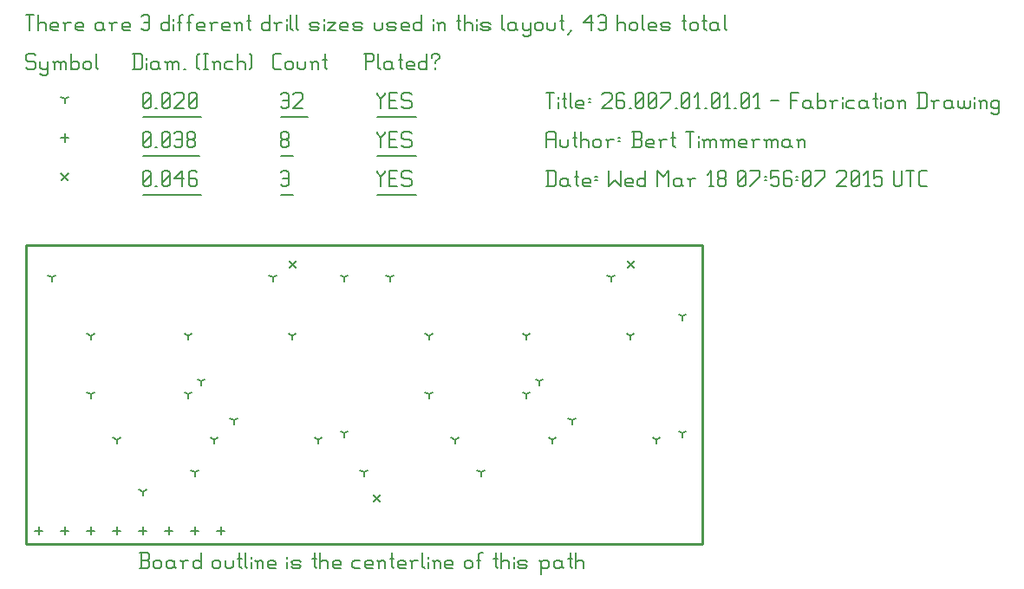
<source format=gbr>
G04 start of page 12 for group -3984 idx -3984 *
G04 Title: 26.007.01.01.01, fab *
G04 Creator: pcb 20100929 *
G04 CreationDate: Wed Mar 18 07:56:07 2015 UTC *
G04 For: bert *
G04 Format: Gerber/RS-274X *
G04 PCB-Dimensions: 260000 115000 *
G04 PCB-Coordinate-Origin: lower left *
%MOIN*%
%FSLAX25Y25*%
%LNFAB*%
%ADD11C,0.0100*%
%ADD13C,0.0200*%
%ADD34C,0.0060*%
G54D13*G36*
X101300Y109266D02*X104265Y106300D01*
X103699Y105735D01*
X100734Y108701D01*
X101300Y109266D01*
G37*
G36*
X100734Y106300D02*X103699Y109266D01*
X104265Y108701D01*
X101300Y105735D01*
X100734Y106300D01*
G37*
G36*
X133800Y19266D02*X136765Y16300D01*
X136199Y15735D01*
X133234Y18701D01*
X133800Y19266D01*
G37*
G36*
X133234Y16300D02*X136199Y19266D01*
X136765Y18701D01*
X133800Y15735D01*
X133234Y16300D01*
G37*
G36*
X231300Y109266D02*X234265Y106300D01*
X233699Y105735D01*
X230734Y108701D01*
X231300Y109266D01*
G37*
G36*
X230734Y106300D02*X233699Y109266D01*
X234265Y108701D01*
X231300Y105735D01*
X230734Y106300D01*
G37*
G36*
X13800Y143015D02*X16765Y140049D01*
X16199Y139484D01*
X13234Y142450D01*
X13800Y143015D01*
G37*
G36*
X13234Y140049D02*X16199Y143015D01*
X16765Y142450D01*
X13800Y139484D01*
X13234Y140049D01*
G37*
G54D34*X135000Y143500D02*Y142750D01*
X136500Y141250D01*
X138000Y142750D01*
Y143500D02*Y142750D01*
X136500Y141250D02*Y137500D01*
X139801Y140500D02*X142051D01*
X139801Y137500D02*X142801D01*
X139801Y143500D02*Y137500D01*
Y143500D02*X142801D01*
X147603D02*X148353Y142750D01*
X145353Y143500D02*X147603D01*
X144603Y142750D02*X145353Y143500D01*
X144603Y142750D02*Y141250D01*
X145353Y140500D01*
X147603D01*
X148353Y139750D01*
Y138250D01*
X147603Y137500D02*X148353Y138250D01*
X145353Y137500D02*X147603D01*
X144603Y138250D02*X145353Y137500D01*
X135000Y134249D02*X150154D01*
X98000Y142750D02*X98750Y143500D01*
X100250D01*
X101000Y142750D01*
Y138250D01*
X100250Y137500D02*X101000Y138250D01*
X98750Y137500D02*X100250D01*
X98000Y138250D02*X98750Y137500D01*
Y140500D02*X101000D01*
X98000Y134249D02*X102801D01*
X45000Y138250D02*X45750Y137500D01*
X45000Y142750D02*Y138250D01*
Y142750D02*X45750Y143500D01*
X47250D01*
X48000Y142750D01*
Y138250D01*
X47250Y137500D02*X48000Y138250D01*
X45750Y137500D02*X47250D01*
X45000Y139000D02*X48000Y142000D01*
X49801Y137500D02*X50551D01*
X52353Y138250D02*X53103Y137500D01*
X52353Y142750D02*Y138250D01*
Y142750D02*X53103Y143500D01*
X54603D01*
X55353Y142750D01*
Y138250D01*
X54603Y137500D02*X55353Y138250D01*
X53103Y137500D02*X54603D01*
X52353Y139000D02*X55353Y142000D01*
X57154Y140500D02*X60154Y143500D01*
X57154Y140500D02*X60904D01*
X60154Y143500D02*Y137500D01*
X64956Y143500D02*X65706Y142750D01*
X63456Y143500D02*X64956D01*
X62706Y142750D02*X63456Y143500D01*
X62706Y142750D02*Y138250D01*
X63456Y137500D01*
X64956Y140500D02*X65706Y139750D01*
X62706Y140500D02*X64956D01*
X63456Y137500D02*X64956D01*
X65706Y138250D01*
Y139750D02*Y138250D01*
X45000Y134249D02*X67507D01*
X5000Y6600D02*Y3400D01*
X3400Y5000D02*X6600D01*
X15000Y6600D02*Y3400D01*
X13400Y5000D02*X16600D01*
X25000Y6600D02*Y3400D01*
X23400Y5000D02*X26600D01*
X35000Y6600D02*Y3400D01*
X33400Y5000D02*X36600D01*
X45000Y6600D02*Y3400D01*
X43400Y5000D02*X46600D01*
X55000Y6600D02*Y3400D01*
X53400Y5000D02*X56600D01*
X65000Y6600D02*Y3400D01*
X63400Y5000D02*X66600D01*
X75000Y6600D02*Y3400D01*
X73400Y5000D02*X76600D01*
X15000Y157850D02*Y154650D01*
X13400Y156250D02*X16600D01*
X135000Y158500D02*Y157750D01*
X136500Y156250D01*
X138000Y157750D01*
Y158500D02*Y157750D01*
X136500Y156250D02*Y152500D01*
X139801Y155500D02*X142051D01*
X139801Y152500D02*X142801D01*
X139801Y158500D02*Y152500D01*
Y158500D02*X142801D01*
X147603D02*X148353Y157750D01*
X145353Y158500D02*X147603D01*
X144603Y157750D02*X145353Y158500D01*
X144603Y157750D02*Y156250D01*
X145353Y155500D01*
X147603D01*
X148353Y154750D01*
Y153250D01*
X147603Y152500D02*X148353Y153250D01*
X145353Y152500D02*X147603D01*
X144603Y153250D02*X145353Y152500D01*
X135000Y149249D02*X150154D01*
X98000Y153250D02*X98750Y152500D01*
X98000Y154750D02*Y153250D01*
Y154750D02*X98750Y155500D01*
X100250D01*
X101000Y154750D01*
Y153250D01*
X100250Y152500D02*X101000Y153250D01*
X98750Y152500D02*X100250D01*
X98000Y156250D02*X98750Y155500D01*
X98000Y157750D02*Y156250D01*
Y157750D02*X98750Y158500D01*
X100250D01*
X101000Y157750D01*
Y156250D01*
X100250Y155500D02*X101000Y156250D01*
X98000Y149249D02*X102801D01*
X45000Y153250D02*X45750Y152500D01*
X45000Y157750D02*Y153250D01*
Y157750D02*X45750Y158500D01*
X47250D01*
X48000Y157750D01*
Y153250D01*
X47250Y152500D02*X48000Y153250D01*
X45750Y152500D02*X47250D01*
X45000Y154000D02*X48000Y157000D01*
X49801Y152500D02*X50551D01*
X52353Y153250D02*X53103Y152500D01*
X52353Y157750D02*Y153250D01*
Y157750D02*X53103Y158500D01*
X54603D01*
X55353Y157750D01*
Y153250D01*
X54603Y152500D02*X55353Y153250D01*
X53103Y152500D02*X54603D01*
X52353Y154000D02*X55353Y157000D01*
X57154Y157750D02*X57904Y158500D01*
X59404D01*
X60154Y157750D01*
Y153250D01*
X59404Y152500D02*X60154Y153250D01*
X57904Y152500D02*X59404D01*
X57154Y153250D02*X57904Y152500D01*
Y155500D02*X60154D01*
X61956Y153250D02*X62706Y152500D01*
X61956Y154750D02*Y153250D01*
Y154750D02*X62706Y155500D01*
X64206D01*
X64956Y154750D01*
Y153250D01*
X64206Y152500D02*X64956Y153250D01*
X62706Y152500D02*X64206D01*
X61956Y156250D02*X62706Y155500D01*
X61956Y157750D02*Y156250D01*
Y157750D02*X62706Y158500D01*
X64206D01*
X64956Y157750D01*
Y156250D01*
X64206Y155500D02*X64956Y156250D01*
X45000Y149249D02*X66757D01*
X25000Y57500D02*Y55900D01*
Y57500D02*X26386Y58300D01*
X25000Y57500D02*X23614Y58300D01*
X62500Y57500D02*Y55900D01*
Y57500D02*X63886Y58300D01*
X62500Y57500D02*X61114Y58300D01*
X65000Y27500D02*Y25900D01*
Y27500D02*X66386Y28300D01*
X65000Y27500D02*X63614Y28300D01*
X62500Y80000D02*Y78400D01*
Y80000D02*X63886Y80800D01*
X62500Y80000D02*X61114Y80800D01*
X102500Y80000D02*Y78400D01*
Y80000D02*X103886Y80800D01*
X102500Y80000D02*X101114Y80800D01*
X25000Y80000D02*Y78400D01*
Y80000D02*X26386Y80800D01*
X25000Y80000D02*X23614Y80800D01*
X72500Y40000D02*Y38400D01*
Y40000D02*X73886Y40800D01*
X72500Y40000D02*X71114Y40800D01*
X35000Y40000D02*Y38400D01*
Y40000D02*X36386Y40800D01*
X35000Y40000D02*X33614Y40800D01*
X112500Y40000D02*Y38400D01*
Y40000D02*X113886Y40800D01*
X112500Y40000D02*X111114Y40800D01*
X122500Y42500D02*Y40900D01*
Y42500D02*X123886Y43300D01*
X122500Y42500D02*X121114Y43300D01*
X80000Y47500D02*Y45900D01*
Y47500D02*X81386Y48300D01*
X80000Y47500D02*X78614Y48300D01*
X67500Y62500D02*Y60900D01*
Y62500D02*X68886Y63300D01*
X67500Y62500D02*X66114Y63300D01*
X45000Y20000D02*Y18400D01*
Y20000D02*X46386Y20800D01*
X45000Y20000D02*X43614Y20800D01*
X10000Y102500D02*Y100900D01*
Y102500D02*X11386Y103300D01*
X10000Y102500D02*X8614Y103300D01*
X122500Y102500D02*Y100900D01*
Y102500D02*X123886Y103300D01*
X122500Y102500D02*X121114Y103300D01*
X95000Y102500D02*Y100900D01*
Y102500D02*X96386Y103300D01*
X95000Y102500D02*X93614Y103300D01*
X155000Y57500D02*Y55900D01*
Y57500D02*X156386Y58300D01*
X155000Y57500D02*X153614Y58300D01*
X192500Y57500D02*Y55900D01*
Y57500D02*X193886Y58300D01*
X192500Y57500D02*X191114Y58300D01*
X130000Y27500D02*Y25900D01*
Y27500D02*X131386Y28300D01*
X130000Y27500D02*X128614Y28300D01*
X192500Y80000D02*Y78400D01*
Y80000D02*X193886Y80800D01*
X192500Y80000D02*X191114Y80800D01*
X232500Y80000D02*Y78400D01*
Y80000D02*X233886Y80800D01*
X232500Y80000D02*X231114Y80800D01*
X155000Y80000D02*Y78400D01*
Y80000D02*X156386Y80800D01*
X155000Y80000D02*X153614Y80800D01*
X202500Y40000D02*Y38400D01*
Y40000D02*X203886Y40800D01*
X202500Y40000D02*X201114Y40800D01*
X165000Y40000D02*Y38400D01*
Y40000D02*X166386Y40800D01*
X165000Y40000D02*X163614Y40800D01*
X242500Y40000D02*Y38400D01*
Y40000D02*X243886Y40800D01*
X242500Y40000D02*X241114Y40800D01*
X252500Y42500D02*Y40900D01*
Y42500D02*X253886Y43300D01*
X252500Y42500D02*X251114Y43300D01*
X210000Y47500D02*Y45900D01*
Y47500D02*X211386Y48300D01*
X210000Y47500D02*X208614Y48300D01*
X197500Y62500D02*Y60900D01*
Y62500D02*X198886Y63300D01*
X197500Y62500D02*X196114Y63300D01*
X175000Y27500D02*Y25900D01*
Y27500D02*X176386Y28300D01*
X175000Y27500D02*X173614Y28300D01*
X140000Y102500D02*Y100900D01*
Y102500D02*X141386Y103300D01*
X140000Y102500D02*X138614Y103300D01*
X252500Y87500D02*Y85900D01*
Y87500D02*X253886Y88300D01*
X252500Y87500D02*X251114Y88300D01*
X225000Y102500D02*Y100900D01*
Y102500D02*X226386Y103300D01*
X225000Y102500D02*X223614Y103300D01*
X15000Y171250D02*Y169650D01*
Y171250D02*X16386Y172050D01*
X15000Y171250D02*X13614Y172050D01*
X135000Y173500D02*Y172750D01*
X136500Y171250D01*
X138000Y172750D01*
Y173500D02*Y172750D01*
X136500Y171250D02*Y167500D01*
X139801Y170500D02*X142051D01*
X139801Y167500D02*X142801D01*
X139801Y173500D02*Y167500D01*
Y173500D02*X142801D01*
X147603D02*X148353Y172750D01*
X145353Y173500D02*X147603D01*
X144603Y172750D02*X145353Y173500D01*
X144603Y172750D02*Y171250D01*
X145353Y170500D01*
X147603D01*
X148353Y169750D01*
Y168250D01*
X147603Y167500D02*X148353Y168250D01*
X145353Y167500D02*X147603D01*
X144603Y168250D02*X145353Y167500D01*
X135000Y164249D02*X150154D01*
X98000Y172750D02*X98750Y173500D01*
X100250D01*
X101000Y172750D01*
Y168250D01*
X100250Y167500D02*X101000Y168250D01*
X98750Y167500D02*X100250D01*
X98000Y168250D02*X98750Y167500D01*
Y170500D02*X101000D01*
X102801Y172750D02*X103551Y173500D01*
X105801D01*
X106551Y172750D01*
Y171250D01*
X102801Y167500D02*X106551Y171250D01*
X102801Y167500D02*X106551D01*
X98000Y164249D02*X108353D01*
X45000Y168250D02*X45750Y167500D01*
X45000Y172750D02*Y168250D01*
Y172750D02*X45750Y173500D01*
X47250D01*
X48000Y172750D01*
Y168250D01*
X47250Y167500D02*X48000Y168250D01*
X45750Y167500D02*X47250D01*
X45000Y169000D02*X48000Y172000D01*
X49801Y167500D02*X50551D01*
X52353Y168250D02*X53103Y167500D01*
X52353Y172750D02*Y168250D01*
Y172750D02*X53103Y173500D01*
X54603D01*
X55353Y172750D01*
Y168250D01*
X54603Y167500D02*X55353Y168250D01*
X53103Y167500D02*X54603D01*
X52353Y169000D02*X55353Y172000D01*
X57154Y172750D02*X57904Y173500D01*
X60154D01*
X60904Y172750D01*
Y171250D01*
X57154Y167500D02*X60904Y171250D01*
X57154Y167500D02*X60904D01*
X62706Y168250D02*X63456Y167500D01*
X62706Y172750D02*Y168250D01*
Y172750D02*X63456Y173500D01*
X64956D01*
X65706Y172750D01*
Y168250D01*
X64956Y167500D02*X65706Y168250D01*
X63456Y167500D02*X64956D01*
X62706Y169000D02*X65706Y172000D01*
X45000Y164249D02*X67507D01*
X3000Y188500D02*X3750Y187750D01*
X750Y188500D02*X3000D01*
X0Y187750D02*X750Y188500D01*
X0Y187750D02*Y186250D01*
X750Y185500D01*
X3000D01*
X3750Y184750D01*
Y183250D01*
X3000Y182500D02*X3750Y183250D01*
X750Y182500D02*X3000D01*
X0Y183250D02*X750Y182500D01*
X5551Y185500D02*Y183250D01*
X6301Y182500D01*
X8551Y185500D02*Y181000D01*
X7801Y180250D02*X8551Y181000D01*
X6301Y180250D02*X7801D01*
X5551Y181000D02*X6301Y180250D01*
Y182500D02*X7801D01*
X8551Y183250D01*
X11103Y184750D02*Y182500D01*
Y184750D02*X11853Y185500D01*
X12603D01*
X13353Y184750D01*
Y182500D01*
Y184750D02*X14103Y185500D01*
X14853D01*
X15603Y184750D01*
Y182500D01*
X10353Y185500D02*X11103Y184750D01*
X17404Y188500D02*Y182500D01*
Y183250D02*X18154Y182500D01*
X19654D01*
X20404Y183250D01*
Y184750D02*Y183250D01*
X19654Y185500D02*X20404Y184750D01*
X18154Y185500D02*X19654D01*
X17404Y184750D02*X18154Y185500D01*
X22206Y184750D02*Y183250D01*
Y184750D02*X22956Y185500D01*
X24456D01*
X25206Y184750D01*
Y183250D01*
X24456Y182500D02*X25206Y183250D01*
X22956Y182500D02*X24456D01*
X22206Y183250D02*X22956Y182500D01*
X27007Y188500D02*Y183250D01*
X27757Y182500D01*
X41750Y188500D02*Y182500D01*
X44000Y188500D02*X44750Y187750D01*
Y183250D01*
X44000Y182500D02*X44750Y183250D01*
X41000Y182500D02*X44000D01*
X41000Y188500D02*X44000D01*
X46551Y187000D02*Y186250D01*
Y184750D02*Y182500D01*
X50303Y185500D02*X51053Y184750D01*
X48803Y185500D02*X50303D01*
X48053Y184750D02*X48803Y185500D01*
X48053Y184750D02*Y183250D01*
X48803Y182500D01*
X51053Y185500D02*Y183250D01*
X51803Y182500D01*
X48803D02*X50303D01*
X51053Y183250D01*
X54354Y184750D02*Y182500D01*
Y184750D02*X55104Y185500D01*
X55854D01*
X56604Y184750D01*
Y182500D01*
Y184750D02*X57354Y185500D01*
X58104D01*
X58854Y184750D01*
Y182500D01*
X53604Y185500D02*X54354Y184750D01*
X60656Y182500D02*X61406D01*
X65907Y183250D02*X66657Y182500D01*
X65907Y187750D02*X66657Y188500D01*
X65907Y187750D02*Y183250D01*
X68459Y188500D02*X69959D01*
X69209D02*Y182500D01*
X68459D02*X69959D01*
X72510Y184750D02*Y182500D01*
Y184750D02*X73260Y185500D01*
X74010D01*
X74760Y184750D01*
Y182500D01*
X71760Y185500D02*X72510Y184750D01*
X77312Y185500D02*X79562D01*
X76562Y184750D02*X77312Y185500D01*
X76562Y184750D02*Y183250D01*
X77312Y182500D01*
X79562D01*
X81363Y188500D02*Y182500D01*
Y184750D02*X82113Y185500D01*
X83613D01*
X84363Y184750D01*
Y182500D01*
X86165Y188500D02*X86915Y187750D01*
Y183250D01*
X86165Y182500D02*X86915Y183250D01*
X95750Y182500D02*X98000D01*
X95000Y183250D02*X95750Y182500D01*
X95000Y187750D02*Y183250D01*
Y187750D02*X95750Y188500D01*
X98000D01*
X99801Y184750D02*Y183250D01*
Y184750D02*X100551Y185500D01*
X102051D01*
X102801Y184750D01*
Y183250D01*
X102051Y182500D02*X102801Y183250D01*
X100551Y182500D02*X102051D01*
X99801Y183250D02*X100551Y182500D01*
X104603Y185500D02*Y183250D01*
X105353Y182500D01*
X106853D01*
X107603Y183250D01*
Y185500D02*Y183250D01*
X110154Y184750D02*Y182500D01*
Y184750D02*X110904Y185500D01*
X111654D01*
X112404Y184750D01*
Y182500D01*
X109404Y185500D02*X110154Y184750D01*
X114956Y188500D02*Y183250D01*
X115706Y182500D01*
X114206Y186250D02*X115706D01*
X130750Y188500D02*Y182500D01*
X130000Y188500D02*X133000D01*
X133750Y187750D01*
Y186250D01*
X133000Y185500D02*X133750Y186250D01*
X130750Y185500D02*X133000D01*
X135551Y188500D02*Y183250D01*
X136301Y182500D01*
X140053Y185500D02*X140803Y184750D01*
X138553Y185500D02*X140053D01*
X137803Y184750D02*X138553Y185500D01*
X137803Y184750D02*Y183250D01*
X138553Y182500D01*
X140803Y185500D02*Y183250D01*
X141553Y182500D01*
X138553D02*X140053D01*
X140803Y183250D01*
X144104Y188500D02*Y183250D01*
X144854Y182500D01*
X143354Y186250D02*X144854D01*
X147106Y182500D02*X149356D01*
X146356Y183250D02*X147106Y182500D01*
X146356Y184750D02*Y183250D01*
Y184750D02*X147106Y185500D01*
X148606D01*
X149356Y184750D01*
X146356Y184000D02*X149356D01*
Y184750D02*Y184000D01*
X154157Y188500D02*Y182500D01*
X153407D02*X154157Y183250D01*
X151907Y182500D02*X153407D01*
X151157Y183250D02*X151907Y182500D01*
X151157Y184750D02*Y183250D01*
Y184750D02*X151907Y185500D01*
X153407D01*
X154157Y184750D01*
X157459Y185500D02*Y184750D01*
Y183250D02*Y182500D01*
X155959Y187750D02*Y187000D01*
Y187750D02*X156709Y188500D01*
X158209D01*
X158959Y187750D01*
Y187000D01*
X157459Y185500D02*X158959Y187000D01*
X0Y203500D02*X3000D01*
X1500D02*Y197500D01*
X4801Y203500D02*Y197500D01*
Y199750D02*X5551Y200500D01*
X7051D01*
X7801Y199750D01*
Y197500D01*
X10353D02*X12603D01*
X9603Y198250D02*X10353Y197500D01*
X9603Y199750D02*Y198250D01*
Y199750D02*X10353Y200500D01*
X11853D01*
X12603Y199750D01*
X9603Y199000D02*X12603D01*
Y199750D02*Y199000D01*
X15154Y199750D02*Y197500D01*
Y199750D02*X15904Y200500D01*
X17404D01*
X14404D02*X15154Y199750D01*
X19956Y197500D02*X22206D01*
X19206Y198250D02*X19956Y197500D01*
X19206Y199750D02*Y198250D01*
Y199750D02*X19956Y200500D01*
X21456D01*
X22206Y199750D01*
X19206Y199000D02*X22206D01*
Y199750D02*Y199000D01*
X28957Y200500D02*X29707Y199750D01*
X27457Y200500D02*X28957D01*
X26707Y199750D02*X27457Y200500D01*
X26707Y199750D02*Y198250D01*
X27457Y197500D01*
X29707Y200500D02*Y198250D01*
X30457Y197500D01*
X27457D02*X28957D01*
X29707Y198250D01*
X33009Y199750D02*Y197500D01*
Y199750D02*X33759Y200500D01*
X35259D01*
X32259D02*X33009Y199750D01*
X37810Y197500D02*X40060D01*
X37060Y198250D02*X37810Y197500D01*
X37060Y199750D02*Y198250D01*
Y199750D02*X37810Y200500D01*
X39310D01*
X40060Y199750D01*
X37060Y199000D02*X40060D01*
Y199750D02*Y199000D01*
X44562Y202750D02*X45312Y203500D01*
X46812D01*
X47562Y202750D01*
Y198250D01*
X46812Y197500D02*X47562Y198250D01*
X45312Y197500D02*X46812D01*
X44562Y198250D02*X45312Y197500D01*
Y200500D02*X47562D01*
X55063Y203500D02*Y197500D01*
X54313D02*X55063Y198250D01*
X52813Y197500D02*X54313D01*
X52063Y198250D02*X52813Y197500D01*
X52063Y199750D02*Y198250D01*
Y199750D02*X52813Y200500D01*
X54313D01*
X55063Y199750D01*
X56865Y202000D02*Y201250D01*
Y199750D02*Y197500D01*
X59116Y202750D02*Y197500D01*
Y202750D02*X59866Y203500D01*
X60616D01*
X58366Y200500D02*X59866D01*
X62868Y202750D02*Y197500D01*
Y202750D02*X63618Y203500D01*
X64368D01*
X62118Y200500D02*X63618D01*
X66619Y197500D02*X68869D01*
X65869Y198250D02*X66619Y197500D01*
X65869Y199750D02*Y198250D01*
Y199750D02*X66619Y200500D01*
X68119D01*
X68869Y199750D01*
X65869Y199000D02*X68869D01*
Y199750D02*Y199000D01*
X71421Y199750D02*Y197500D01*
Y199750D02*X72171Y200500D01*
X73671D01*
X70671D02*X71421Y199750D01*
X76222Y197500D02*X78472D01*
X75472Y198250D02*X76222Y197500D01*
X75472Y199750D02*Y198250D01*
Y199750D02*X76222Y200500D01*
X77722D01*
X78472Y199750D01*
X75472Y199000D02*X78472D01*
Y199750D02*Y199000D01*
X81024Y199750D02*Y197500D01*
Y199750D02*X81774Y200500D01*
X82524D01*
X83274Y199750D01*
Y197500D01*
X80274Y200500D02*X81024Y199750D01*
X85825Y203500D02*Y198250D01*
X86575Y197500D01*
X85075Y201250D02*X86575D01*
X93777Y203500D02*Y197500D01*
X93027D02*X93777Y198250D01*
X91527Y197500D02*X93027D01*
X90777Y198250D02*X91527Y197500D01*
X90777Y199750D02*Y198250D01*
Y199750D02*X91527Y200500D01*
X93027D01*
X93777Y199750D01*
X96328D02*Y197500D01*
Y199750D02*X97078Y200500D01*
X98578D01*
X95578D02*X96328Y199750D01*
X100380Y202000D02*Y201250D01*
Y199750D02*Y197500D01*
X101881Y203500D02*Y198250D01*
X102631Y197500D01*
X104133Y203500D02*Y198250D01*
X104883Y197500D01*
X109834D02*X112084D01*
X112834Y198250D01*
X112084Y199000D02*X112834Y198250D01*
X109834Y199000D02*X112084D01*
X109084Y199750D02*X109834Y199000D01*
X109084Y199750D02*X109834Y200500D01*
X112084D01*
X112834Y199750D01*
X109084Y198250D02*X109834Y197500D01*
X114636Y202000D02*Y201250D01*
Y199750D02*Y197500D01*
X116137Y200500D02*X119137D01*
X116137Y197500D02*X119137Y200500D01*
X116137Y197500D02*X119137D01*
X121689D02*X123939D01*
X120939Y198250D02*X121689Y197500D01*
X120939Y199750D02*Y198250D01*
Y199750D02*X121689Y200500D01*
X123189D01*
X123939Y199750D01*
X120939Y199000D02*X123939D01*
Y199750D02*Y199000D01*
X126490Y197500D02*X128740D01*
X129490Y198250D01*
X128740Y199000D02*X129490Y198250D01*
X126490Y199000D02*X128740D01*
X125740Y199750D02*X126490Y199000D01*
X125740Y199750D02*X126490Y200500D01*
X128740D01*
X129490Y199750D01*
X125740Y198250D02*X126490Y197500D01*
X133992Y200500D02*Y198250D01*
X134742Y197500D01*
X136242D01*
X136992Y198250D01*
Y200500D02*Y198250D01*
X139543Y197500D02*X141793D01*
X142543Y198250D01*
X141793Y199000D02*X142543Y198250D01*
X139543Y199000D02*X141793D01*
X138793Y199750D02*X139543Y199000D01*
X138793Y199750D02*X139543Y200500D01*
X141793D01*
X142543Y199750D01*
X138793Y198250D02*X139543Y197500D01*
X145095D02*X147345D01*
X144345Y198250D02*X145095Y197500D01*
X144345Y199750D02*Y198250D01*
Y199750D02*X145095Y200500D01*
X146595D01*
X147345Y199750D01*
X144345Y199000D02*X147345D01*
Y199750D02*Y199000D01*
X152146Y203500D02*Y197500D01*
X151396D02*X152146Y198250D01*
X149896Y197500D02*X151396D01*
X149146Y198250D02*X149896Y197500D01*
X149146Y199750D02*Y198250D01*
Y199750D02*X149896Y200500D01*
X151396D01*
X152146Y199750D01*
X156648Y202000D02*Y201250D01*
Y199750D02*Y197500D01*
X158899Y199750D02*Y197500D01*
Y199750D02*X159649Y200500D01*
X160399D01*
X161149Y199750D01*
Y197500D01*
X158149Y200500D02*X158899Y199750D01*
X166401Y203500D02*Y198250D01*
X167151Y197500D01*
X165651Y201250D02*X167151D01*
X168652Y203500D02*Y197500D01*
Y199750D02*X169402Y200500D01*
X170902D01*
X171652Y199750D01*
Y197500D01*
X173454Y202000D02*Y201250D01*
Y199750D02*Y197500D01*
X175705D02*X177955D01*
X178705Y198250D01*
X177955Y199000D02*X178705Y198250D01*
X175705Y199000D02*X177955D01*
X174955Y199750D02*X175705Y199000D01*
X174955Y199750D02*X175705Y200500D01*
X177955D01*
X178705Y199750D01*
X174955Y198250D02*X175705Y197500D01*
X183207Y203500D02*Y198250D01*
X183957Y197500D01*
X187708Y200500D02*X188458Y199750D01*
X186208Y200500D02*X187708D01*
X185458Y199750D02*X186208Y200500D01*
X185458Y199750D02*Y198250D01*
X186208Y197500D01*
X188458Y200500D02*Y198250D01*
X189208Y197500D01*
X186208D02*X187708D01*
X188458Y198250D01*
X191010Y200500D02*Y198250D01*
X191760Y197500D01*
X194010Y200500D02*Y196000D01*
X193260Y195250D02*X194010Y196000D01*
X191760Y195250D02*X193260D01*
X191010Y196000D02*X191760Y195250D01*
Y197500D02*X193260D01*
X194010Y198250D01*
X195811Y199750D02*Y198250D01*
Y199750D02*X196561Y200500D01*
X198061D01*
X198811Y199750D01*
Y198250D01*
X198061Y197500D02*X198811Y198250D01*
X196561Y197500D02*X198061D01*
X195811Y198250D02*X196561Y197500D01*
X200613Y200500D02*Y198250D01*
X201363Y197500D01*
X202863D01*
X203613Y198250D01*
Y200500D02*Y198250D01*
X206164Y203500D02*Y198250D01*
X206914Y197500D01*
X205414Y201250D02*X206914D01*
X208416Y196000D02*X209916Y197500D01*
X214417Y200500D02*X217417Y203500D01*
X214417Y200500D02*X218167D01*
X217417Y203500D02*Y197500D01*
X219969Y202750D02*X220719Y203500D01*
X222219D01*
X222969Y202750D01*
Y198250D01*
X222219Y197500D02*X222969Y198250D01*
X220719Y197500D02*X222219D01*
X219969Y198250D02*X220719Y197500D01*
Y200500D02*X222969D01*
X227470Y203500D02*Y197500D01*
Y199750D02*X228220Y200500D01*
X229720D01*
X230470Y199750D01*
Y197500D01*
X232272Y199750D02*Y198250D01*
Y199750D02*X233022Y200500D01*
X234522D01*
X235272Y199750D01*
Y198250D01*
X234522Y197500D02*X235272Y198250D01*
X233022Y197500D02*X234522D01*
X232272Y198250D02*X233022Y197500D01*
X237073Y203500D02*Y198250D01*
X237823Y197500D01*
X240075D02*X242325D01*
X239325Y198250D02*X240075Y197500D01*
X239325Y199750D02*Y198250D01*
Y199750D02*X240075Y200500D01*
X241575D01*
X242325Y199750D01*
X239325Y199000D02*X242325D01*
Y199750D02*Y199000D01*
X244876Y197500D02*X247126D01*
X247876Y198250D01*
X247126Y199000D02*X247876Y198250D01*
X244876Y199000D02*X247126D01*
X244126Y199750D02*X244876Y199000D01*
X244126Y199750D02*X244876Y200500D01*
X247126D01*
X247876Y199750D01*
X244126Y198250D02*X244876Y197500D01*
X253128Y203500D02*Y198250D01*
X253878Y197500D01*
X252378Y201250D02*X253878D01*
X255379Y199750D02*Y198250D01*
Y199750D02*X256129Y200500D01*
X257629D01*
X258379Y199750D01*
Y198250D01*
X257629Y197500D02*X258379Y198250D01*
X256129Y197500D02*X257629D01*
X255379Y198250D02*X256129Y197500D01*
X260931Y203500D02*Y198250D01*
X261681Y197500D01*
X260181Y201250D02*X261681D01*
X265432Y200500D02*X266182Y199750D01*
X263932Y200500D02*X265432D01*
X263182Y199750D02*X263932Y200500D01*
X263182Y199750D02*Y198250D01*
X263932Y197500D01*
X266182Y200500D02*Y198250D01*
X266932Y197500D01*
X263932D02*X265432D01*
X266182Y198250D01*
X268734Y203500D02*Y198250D01*
X269484Y197500D01*
G54D11*X260000Y115000D02*X0D01*
X260000Y0D02*Y115000D01*
X0Y0D02*X260000D01*
X0Y115000D02*Y0D01*
G54D34*X43648Y-9500D02*X46648D01*
X47398Y-8750D01*
Y-7250D02*Y-8750D01*
X46648Y-6500D02*X47398Y-7250D01*
X44398Y-6500D02*X46648D01*
X44398Y-3500D02*Y-9500D01*
X43648Y-3500D02*X46648D01*
X47398Y-4250D01*
Y-5750D01*
X46648Y-6500D02*X47398Y-5750D01*
X49199Y-7250D02*Y-8750D01*
Y-7250D02*X49949Y-6500D01*
X51449D01*
X52199Y-7250D01*
Y-8750D01*
X51449Y-9500D02*X52199Y-8750D01*
X49949Y-9500D02*X51449D01*
X49199Y-8750D02*X49949Y-9500D01*
X56251Y-6500D02*X57001Y-7250D01*
X54751Y-6500D02*X56251D01*
X54001Y-7250D02*X54751Y-6500D01*
X54001Y-7250D02*Y-8750D01*
X54751Y-9500D01*
X57001Y-6500D02*Y-8750D01*
X57751Y-9500D01*
X54751D02*X56251D01*
X57001Y-8750D01*
X60302Y-7250D02*Y-9500D01*
Y-7250D02*X61052Y-6500D01*
X62552D01*
X59552D02*X60302Y-7250D01*
X67354Y-3500D02*Y-9500D01*
X66604D02*X67354Y-8750D01*
X65104Y-9500D02*X66604D01*
X64354Y-8750D02*X65104Y-9500D01*
X64354Y-7250D02*Y-8750D01*
Y-7250D02*X65104Y-6500D01*
X66604D01*
X67354Y-7250D01*
X71855D02*Y-8750D01*
Y-7250D02*X72605Y-6500D01*
X74105D01*
X74855Y-7250D01*
Y-8750D01*
X74105Y-9500D02*X74855Y-8750D01*
X72605Y-9500D02*X74105D01*
X71855Y-8750D02*X72605Y-9500D01*
X76657Y-6500D02*Y-8750D01*
X77407Y-9500D01*
X78907D01*
X79657Y-8750D01*
Y-6500D02*Y-8750D01*
X82208Y-3500D02*Y-8750D01*
X82958Y-9500D01*
X81458Y-5750D02*X82958D01*
X84460Y-3500D02*Y-8750D01*
X85210Y-9500D01*
X86711Y-5000D02*Y-5750D01*
Y-7250D02*Y-9500D01*
X88963Y-7250D02*Y-9500D01*
Y-7250D02*X89713Y-6500D01*
X90463D01*
X91213Y-7250D01*
Y-9500D01*
X88213Y-6500D02*X88963Y-7250D01*
X93764Y-9500D02*X96014D01*
X93014Y-8750D02*X93764Y-9500D01*
X93014Y-7250D02*Y-8750D01*
Y-7250D02*X93764Y-6500D01*
X95264D01*
X96014Y-7250D01*
X93014Y-8000D02*X96014D01*
Y-7250D02*Y-8000D01*
X100516Y-5000D02*Y-5750D01*
Y-7250D02*Y-9500D01*
X102767D02*X105017D01*
X105767Y-8750D01*
X105017Y-8000D02*X105767Y-8750D01*
X102767Y-8000D02*X105017D01*
X102017Y-7250D02*X102767Y-8000D01*
X102017Y-7250D02*X102767Y-6500D01*
X105017D01*
X105767Y-7250D01*
X102017Y-8750D02*X102767Y-9500D01*
X111019Y-3500D02*Y-8750D01*
X111769Y-9500D01*
X110269Y-5750D02*X111769D01*
X113270Y-3500D02*Y-9500D01*
Y-7250D02*X114020Y-6500D01*
X115520D01*
X116270Y-7250D01*
Y-9500D01*
X118822D02*X121072D01*
X118072Y-8750D02*X118822Y-9500D01*
X118072Y-7250D02*Y-8750D01*
Y-7250D02*X118822Y-6500D01*
X120322D01*
X121072Y-7250D01*
X118072Y-8000D02*X121072D01*
Y-7250D02*Y-8000D01*
X126323Y-6500D02*X128573D01*
X125573Y-7250D02*X126323Y-6500D01*
X125573Y-7250D02*Y-8750D01*
X126323Y-9500D01*
X128573D01*
X131125D02*X133375D01*
X130375Y-8750D02*X131125Y-9500D01*
X130375Y-7250D02*Y-8750D01*
Y-7250D02*X131125Y-6500D01*
X132625D01*
X133375Y-7250D01*
X130375Y-8000D02*X133375D01*
Y-7250D02*Y-8000D01*
X135926Y-7250D02*Y-9500D01*
Y-7250D02*X136676Y-6500D01*
X137426D01*
X138176Y-7250D01*
Y-9500D01*
X135176Y-6500D02*X135926Y-7250D01*
X140728Y-3500D02*Y-8750D01*
X141478Y-9500D01*
X139978Y-5750D02*X141478D01*
X143729Y-9500D02*X145979D01*
X142979Y-8750D02*X143729Y-9500D01*
X142979Y-7250D02*Y-8750D01*
Y-7250D02*X143729Y-6500D01*
X145229D01*
X145979Y-7250D01*
X142979Y-8000D02*X145979D01*
Y-7250D02*Y-8000D01*
X148531Y-7250D02*Y-9500D01*
Y-7250D02*X149281Y-6500D01*
X150781D01*
X147781D02*X148531Y-7250D01*
X152582Y-3500D02*Y-8750D01*
X153332Y-9500D01*
X154834Y-5000D02*Y-5750D01*
Y-7250D02*Y-9500D01*
X157085Y-7250D02*Y-9500D01*
Y-7250D02*X157835Y-6500D01*
X158585D01*
X159335Y-7250D01*
Y-9500D01*
X156335Y-6500D02*X157085Y-7250D01*
X161887Y-9500D02*X164137D01*
X161137Y-8750D02*X161887Y-9500D01*
X161137Y-7250D02*Y-8750D01*
Y-7250D02*X161887Y-6500D01*
X163387D01*
X164137Y-7250D01*
X161137Y-8000D02*X164137D01*
Y-7250D02*Y-8000D01*
X168638Y-7250D02*Y-8750D01*
Y-7250D02*X169388Y-6500D01*
X170888D01*
X171638Y-7250D01*
Y-8750D01*
X170888Y-9500D02*X171638Y-8750D01*
X169388Y-9500D02*X170888D01*
X168638Y-8750D02*X169388Y-9500D01*
X174190Y-4250D02*Y-9500D01*
Y-4250D02*X174940Y-3500D01*
X175690D01*
X173440Y-6500D02*X174940D01*
X180641Y-3500D02*Y-8750D01*
X181391Y-9500D01*
X179891Y-5750D02*X181391D01*
X182893Y-3500D02*Y-9500D01*
Y-7250D02*X183643Y-6500D01*
X185143D01*
X185893Y-7250D01*
Y-9500D01*
X187694Y-5000D02*Y-5750D01*
Y-7250D02*Y-9500D01*
X189946D02*X192196D01*
X192946Y-8750D01*
X192196Y-8000D02*X192946Y-8750D01*
X189946Y-8000D02*X192196D01*
X189196Y-7250D02*X189946Y-8000D01*
X189196Y-7250D02*X189946Y-6500D01*
X192196D01*
X192946Y-7250D01*
X189196Y-8750D02*X189946Y-9500D01*
X198197Y-7250D02*Y-11750D01*
X197447Y-6500D02*X198197Y-7250D01*
X198947Y-6500D01*
X200447D01*
X201197Y-7250D01*
Y-8750D01*
X200447Y-9500D02*X201197Y-8750D01*
X198947Y-9500D02*X200447D01*
X198197Y-8750D02*X198947Y-9500D01*
X205249Y-6500D02*X205999Y-7250D01*
X203749Y-6500D02*X205249D01*
X202999Y-7250D02*X203749Y-6500D01*
X202999Y-7250D02*Y-8750D01*
X203749Y-9500D01*
X205999Y-6500D02*Y-8750D01*
X206749Y-9500D01*
X203749D02*X205249D01*
X205999Y-8750D01*
X209300Y-3500D02*Y-8750D01*
X210050Y-9500D01*
X208550Y-5750D02*X210050D01*
X211552Y-3500D02*Y-9500D01*
Y-7250D02*X212302Y-6500D01*
X213802D01*
X214552Y-7250D01*
Y-9500D01*
X200750Y143500D02*Y137500D01*
X203000Y143500D02*X203750Y142750D01*
Y138250D01*
X203000Y137500D02*X203750Y138250D01*
X200000Y137500D02*X203000D01*
X200000Y143500D02*X203000D01*
X207801Y140500D02*X208551Y139750D01*
X206301Y140500D02*X207801D01*
X205551Y139750D02*X206301Y140500D01*
X205551Y139750D02*Y138250D01*
X206301Y137500D01*
X208551Y140500D02*Y138250D01*
X209301Y137500D01*
X206301D02*X207801D01*
X208551Y138250D01*
X211853Y143500D02*Y138250D01*
X212603Y137500D01*
X211103Y141250D02*X212603D01*
X214854Y137500D02*X217104D01*
X214104Y138250D02*X214854Y137500D01*
X214104Y139750D02*Y138250D01*
Y139750D02*X214854Y140500D01*
X216354D01*
X217104Y139750D01*
X214104Y139000D02*X217104D01*
Y139750D02*Y139000D01*
X218906Y141250D02*X219656D01*
X218906Y139750D02*X219656D01*
X224157Y143500D02*Y137500D01*
X226407Y139750D01*
X228657Y137500D01*
Y143500D02*Y137500D01*
X231209D02*X233459D01*
X230459Y138250D02*X231209Y137500D01*
X230459Y139750D02*Y138250D01*
Y139750D02*X231209Y140500D01*
X232709D01*
X233459Y139750D01*
X230459Y139000D02*X233459D01*
Y139750D02*Y139000D01*
X238260Y143500D02*Y137500D01*
X237510D02*X238260Y138250D01*
X236010Y137500D02*X237510D01*
X235260Y138250D02*X236010Y137500D01*
X235260Y139750D02*Y138250D01*
Y139750D02*X236010Y140500D01*
X237510D01*
X238260Y139750D01*
X242762Y143500D02*Y137500D01*
Y143500D02*X245012Y141250D01*
X247262Y143500D01*
Y137500D01*
X251313Y140500D02*X252063Y139750D01*
X249813Y140500D02*X251313D01*
X249063Y139750D02*X249813Y140500D01*
X249063Y139750D02*Y138250D01*
X249813Y137500D01*
X252063Y140500D02*Y138250D01*
X252813Y137500D01*
X249813D02*X251313D01*
X252063Y138250D01*
X255365Y139750D02*Y137500D01*
Y139750D02*X256115Y140500D01*
X257615D01*
X254615D02*X255365Y139750D01*
X262866Y137500D02*X264366D01*
X263616Y143500D02*Y137500D01*
X262116Y142000D02*X263616Y143500D01*
X266168Y138250D02*X266918Y137500D01*
X266168Y139750D02*Y138250D01*
Y139750D02*X266918Y140500D01*
X268418D01*
X269168Y139750D01*
Y138250D01*
X268418Y137500D02*X269168Y138250D01*
X266918Y137500D02*X268418D01*
X266168Y141250D02*X266918Y140500D01*
X266168Y142750D02*Y141250D01*
Y142750D02*X266918Y143500D01*
X268418D01*
X269168Y142750D01*
Y141250D01*
X268418Y140500D02*X269168Y141250D01*
X273669Y138250D02*X274419Y137500D01*
X273669Y142750D02*Y138250D01*
Y142750D02*X274419Y143500D01*
X275919D01*
X276669Y142750D01*
Y138250D01*
X275919Y137500D02*X276669Y138250D01*
X274419Y137500D02*X275919D01*
X273669Y139000D02*X276669Y142000D01*
X278471Y137500D02*X282221Y141250D01*
Y143500D02*Y141250D01*
X278471Y143500D02*X282221D01*
X284022Y141250D02*X284772D01*
X284022Y139750D02*X284772D01*
X286574Y143500D02*X289574D01*
X286574D02*Y140500D01*
X287324Y141250D01*
X288824D01*
X289574Y140500D01*
Y138250D01*
X288824Y137500D02*X289574Y138250D01*
X287324Y137500D02*X288824D01*
X286574Y138250D02*X287324Y137500D01*
X293625Y143500D02*X294375Y142750D01*
X292125Y143500D02*X293625D01*
X291375Y142750D02*X292125Y143500D01*
X291375Y142750D02*Y138250D01*
X292125Y137500D01*
X293625Y140500D02*X294375Y139750D01*
X291375Y140500D02*X293625D01*
X292125Y137500D02*X293625D01*
X294375Y138250D01*
Y139750D02*Y138250D01*
X296177Y141250D02*X296927D01*
X296177Y139750D02*X296927D01*
X298728Y138250D02*X299478Y137500D01*
X298728Y142750D02*Y138250D01*
Y142750D02*X299478Y143500D01*
X300978D01*
X301728Y142750D01*
Y138250D01*
X300978Y137500D02*X301728Y138250D01*
X299478Y137500D02*X300978D01*
X298728Y139000D02*X301728Y142000D01*
X303530Y137500D02*X307280Y141250D01*
Y143500D02*Y141250D01*
X303530Y143500D02*X307280D01*
X311781Y142750D02*X312531Y143500D01*
X314781D01*
X315531Y142750D01*
Y141250D01*
X311781Y137500D02*X315531Y141250D01*
X311781Y137500D02*X315531D01*
X317333Y138250D02*X318083Y137500D01*
X317333Y142750D02*Y138250D01*
Y142750D02*X318083Y143500D01*
X319583D01*
X320333Y142750D01*
Y138250D01*
X319583Y137500D02*X320333Y138250D01*
X318083Y137500D02*X319583D01*
X317333Y139000D02*X320333Y142000D01*
X322884Y137500D02*X324384D01*
X323634Y143500D02*Y137500D01*
X322134Y142000D02*X323634Y143500D01*
X326186D02*X329186D01*
X326186D02*Y140500D01*
X326936Y141250D01*
X328436D01*
X329186Y140500D01*
Y138250D01*
X328436Y137500D02*X329186Y138250D01*
X326936Y137500D02*X328436D01*
X326186Y138250D02*X326936Y137500D01*
X333687Y143500D02*Y138250D01*
X334437Y137500D01*
X335937D01*
X336687Y138250D01*
Y143500D02*Y138250D01*
X338489Y143500D02*X341489D01*
X339989D02*Y137500D01*
X344040D02*X346290D01*
X343290Y138250D02*X344040Y137500D01*
X343290Y142750D02*Y138250D01*
Y142750D02*X344040Y143500D01*
X346290D01*
X200000Y157750D02*Y152500D01*
Y157750D02*X200750Y158500D01*
X203000D01*
X203750Y157750D01*
Y152500D01*
X200000Y155500D02*X203750D01*
X205551D02*Y153250D01*
X206301Y152500D01*
X207801D01*
X208551Y153250D01*
Y155500D02*Y153250D01*
X211103Y158500D02*Y153250D01*
X211853Y152500D01*
X210353Y156250D02*X211853D01*
X213354Y158500D02*Y152500D01*
Y154750D02*X214104Y155500D01*
X215604D01*
X216354Y154750D01*
Y152500D01*
X218156Y154750D02*Y153250D01*
Y154750D02*X218906Y155500D01*
X220406D01*
X221156Y154750D01*
Y153250D01*
X220406Y152500D02*X221156Y153250D01*
X218906Y152500D02*X220406D01*
X218156Y153250D02*X218906Y152500D01*
X223707Y154750D02*Y152500D01*
Y154750D02*X224457Y155500D01*
X225957D01*
X222957D02*X223707Y154750D01*
X227759Y156250D02*X228509D01*
X227759Y154750D02*X228509D01*
X233010Y152500D02*X236010D01*
X236760Y153250D01*
Y154750D02*Y153250D01*
X236010Y155500D02*X236760Y154750D01*
X233760Y155500D02*X236010D01*
X233760Y158500D02*Y152500D01*
X233010Y158500D02*X236010D01*
X236760Y157750D01*
Y156250D01*
X236010Y155500D02*X236760Y156250D01*
X239312Y152500D02*X241562D01*
X238562Y153250D02*X239312Y152500D01*
X238562Y154750D02*Y153250D01*
Y154750D02*X239312Y155500D01*
X240812D01*
X241562Y154750D01*
X238562Y154000D02*X241562D01*
Y154750D02*Y154000D01*
X244113Y154750D02*Y152500D01*
Y154750D02*X244863Y155500D01*
X246363D01*
X243363D02*X244113Y154750D01*
X248915Y158500D02*Y153250D01*
X249665Y152500D01*
X248165Y156250D02*X249665D01*
X253866Y158500D02*X256866D01*
X255366D02*Y152500D01*
X258668Y157000D02*Y156250D01*
Y154750D02*Y152500D01*
X260919Y154750D02*Y152500D01*
Y154750D02*X261669Y155500D01*
X262419D01*
X263169Y154750D01*
Y152500D01*
Y154750D02*X263919Y155500D01*
X264669D01*
X265419Y154750D01*
Y152500D01*
X260169Y155500D02*X260919Y154750D01*
X267971D02*Y152500D01*
Y154750D02*X268721Y155500D01*
X269471D01*
X270221Y154750D01*
Y152500D01*
Y154750D02*X270971Y155500D01*
X271721D01*
X272471Y154750D01*
Y152500D01*
X267221Y155500D02*X267971Y154750D01*
X275022Y152500D02*X277272D01*
X274272Y153250D02*X275022Y152500D01*
X274272Y154750D02*Y153250D01*
Y154750D02*X275022Y155500D01*
X276522D01*
X277272Y154750D01*
X274272Y154000D02*X277272D01*
Y154750D02*Y154000D01*
X279824Y154750D02*Y152500D01*
Y154750D02*X280574Y155500D01*
X282074D01*
X279074D02*X279824Y154750D01*
X284625D02*Y152500D01*
Y154750D02*X285375Y155500D01*
X286125D01*
X286875Y154750D01*
Y152500D01*
Y154750D02*X287625Y155500D01*
X288375D01*
X289125Y154750D01*
Y152500D01*
X283875Y155500D02*X284625Y154750D01*
X293177Y155500D02*X293927Y154750D01*
X291677Y155500D02*X293177D01*
X290927Y154750D02*X291677Y155500D01*
X290927Y154750D02*Y153250D01*
X291677Y152500D01*
X293927Y155500D02*Y153250D01*
X294677Y152500D01*
X291677D02*X293177D01*
X293927Y153250D01*
X297228Y154750D02*Y152500D01*
Y154750D02*X297978Y155500D01*
X298728D01*
X299478Y154750D01*
Y152500D01*
X296478Y155500D02*X297228Y154750D01*
X200000Y173500D02*X203000D01*
X201500D02*Y167500D01*
X204801Y172000D02*Y171250D01*
Y169750D02*Y167500D01*
X207053Y173500D02*Y168250D01*
X207803Y167500D01*
X206303Y171250D02*X207803D01*
X209304Y173500D02*Y168250D01*
X210054Y167500D01*
X212306D02*X214556D01*
X211556Y168250D02*X212306Y167500D01*
X211556Y169750D02*Y168250D01*
Y169750D02*X212306Y170500D01*
X213806D01*
X214556Y169750D01*
X211556Y169000D02*X214556D01*
Y169750D02*Y169000D01*
X216357Y171250D02*X217107D01*
X216357Y169750D02*X217107D01*
X221609Y172750D02*X222359Y173500D01*
X224609D01*
X225359Y172750D01*
Y171250D01*
X221609Y167500D02*X225359Y171250D01*
X221609Y167500D02*X225359D01*
X229410Y173500D02*X230160Y172750D01*
X227910Y173500D02*X229410D01*
X227160Y172750D02*X227910Y173500D01*
X227160Y172750D02*Y168250D01*
X227910Y167500D01*
X229410Y170500D02*X230160Y169750D01*
X227160Y170500D02*X229410D01*
X227910Y167500D02*X229410D01*
X230160Y168250D01*
Y169750D02*Y168250D01*
X231962Y167500D02*X232712D01*
X234513Y168250D02*X235263Y167500D01*
X234513Y172750D02*Y168250D01*
Y172750D02*X235263Y173500D01*
X236763D01*
X237513Y172750D01*
Y168250D01*
X236763Y167500D02*X237513Y168250D01*
X235263Y167500D02*X236763D01*
X234513Y169000D02*X237513Y172000D01*
X239315Y168250D02*X240065Y167500D01*
X239315Y172750D02*Y168250D01*
Y172750D02*X240065Y173500D01*
X241565D01*
X242315Y172750D01*
Y168250D01*
X241565Y167500D02*X242315Y168250D01*
X240065Y167500D02*X241565D01*
X239315Y169000D02*X242315Y172000D01*
X244116Y167500D02*X247866Y171250D01*
Y173500D02*Y171250D01*
X244116Y173500D02*X247866D01*
X249668Y167500D02*X250418D01*
X252219Y168250D02*X252969Y167500D01*
X252219Y172750D02*Y168250D01*
Y172750D02*X252969Y173500D01*
X254469D01*
X255219Y172750D01*
Y168250D01*
X254469Y167500D02*X255219Y168250D01*
X252969Y167500D02*X254469D01*
X252219Y169000D02*X255219Y172000D01*
X257771Y167500D02*X259271D01*
X258521Y173500D02*Y167500D01*
X257021Y172000D02*X258521Y173500D01*
X261072Y167500D02*X261822D01*
X263624Y168250D02*X264374Y167500D01*
X263624Y172750D02*Y168250D01*
Y172750D02*X264374Y173500D01*
X265874D01*
X266624Y172750D01*
Y168250D01*
X265874Y167500D02*X266624Y168250D01*
X264374Y167500D02*X265874D01*
X263624Y169000D02*X266624Y172000D01*
X269175Y167500D02*X270675D01*
X269925Y173500D02*Y167500D01*
X268425Y172000D02*X269925Y173500D01*
X272477Y167500D02*X273227D01*
X275028Y168250D02*X275778Y167500D01*
X275028Y172750D02*Y168250D01*
Y172750D02*X275778Y173500D01*
X277278D01*
X278028Y172750D01*
Y168250D01*
X277278Y167500D02*X278028Y168250D01*
X275778Y167500D02*X277278D01*
X275028Y169000D02*X278028Y172000D01*
X280580Y167500D02*X282080D01*
X281330Y173500D02*Y167500D01*
X279830Y172000D02*X281330Y173500D01*
X286581Y170500D02*X289581D01*
X294083Y173500D02*Y167500D01*
Y173500D02*X297083D01*
X294083Y170500D02*X296333D01*
X301134D02*X301884Y169750D01*
X299634Y170500D02*X301134D01*
X298884Y169750D02*X299634Y170500D01*
X298884Y169750D02*Y168250D01*
X299634Y167500D01*
X301884Y170500D02*Y168250D01*
X302634Y167500D01*
X299634D02*X301134D01*
X301884Y168250D01*
X304436Y173500D02*Y167500D01*
Y168250D02*X305186Y167500D01*
X306686D01*
X307436Y168250D01*
Y169750D02*Y168250D01*
X306686Y170500D02*X307436Y169750D01*
X305186Y170500D02*X306686D01*
X304436Y169750D02*X305186Y170500D01*
X309987Y169750D02*Y167500D01*
Y169750D02*X310737Y170500D01*
X312237D01*
X309237D02*X309987Y169750D01*
X314039Y172000D02*Y171250D01*
Y169750D02*Y167500D01*
X316290Y170500D02*X318540D01*
X315540Y169750D02*X316290Y170500D01*
X315540Y169750D02*Y168250D01*
X316290Y167500D01*
X318540D01*
X322592Y170500D02*X323342Y169750D01*
X321092Y170500D02*X322592D01*
X320342Y169750D02*X321092Y170500D01*
X320342Y169750D02*Y168250D01*
X321092Y167500D01*
X323342Y170500D02*Y168250D01*
X324092Y167500D01*
X321092D02*X322592D01*
X323342Y168250D01*
X326643Y173500D02*Y168250D01*
X327393Y167500D01*
X325893Y171250D02*X327393D01*
X328895Y172000D02*Y171250D01*
Y169750D02*Y167500D01*
X330396Y169750D02*Y168250D01*
Y169750D02*X331146Y170500D01*
X332646D01*
X333396Y169750D01*
Y168250D01*
X332646Y167500D02*X333396Y168250D01*
X331146Y167500D02*X332646D01*
X330396Y168250D02*X331146Y167500D01*
X335948Y169750D02*Y167500D01*
Y169750D02*X336698Y170500D01*
X337448D01*
X338198Y169750D01*
Y167500D01*
X335198Y170500D02*X335948Y169750D01*
X343449Y173500D02*Y167500D01*
X345699Y173500D02*X346449Y172750D01*
Y168250D01*
X345699Y167500D02*X346449Y168250D01*
X342699Y167500D02*X345699D01*
X342699Y173500D02*X345699D01*
X349001Y169750D02*Y167500D01*
Y169750D02*X349751Y170500D01*
X351251D01*
X348251D02*X349001Y169750D01*
X355302Y170500D02*X356052Y169750D01*
X353802Y170500D02*X355302D01*
X353052Y169750D02*X353802Y170500D01*
X353052Y169750D02*Y168250D01*
X353802Y167500D01*
X356052Y170500D02*Y168250D01*
X356802Y167500D01*
X353802D02*X355302D01*
X356052Y168250D01*
X358604Y170500D02*Y168250D01*
X359354Y167500D01*
X360104D01*
X360854Y168250D01*
Y170500D02*Y168250D01*
X361604Y167500D01*
X362354D01*
X363104Y168250D01*
Y170500D02*Y168250D01*
X364905Y172000D02*Y171250D01*
Y169750D02*Y167500D01*
X367157Y169750D02*Y167500D01*
Y169750D02*X367907Y170500D01*
X368657D01*
X369407Y169750D01*
Y167500D01*
X366407Y170500D02*X367157Y169750D01*
X373458Y170500D02*X374208Y169750D01*
X371958Y170500D02*X373458D01*
X371208Y169750D02*X371958Y170500D01*
X371208Y169750D02*Y168250D01*
X371958Y167500D01*
X373458D01*
X374208Y168250D01*
X371208Y166000D02*X371958Y165250D01*
X373458D01*
X374208Y166000D01*
Y170500D02*Y166000D01*
M02*

</source>
